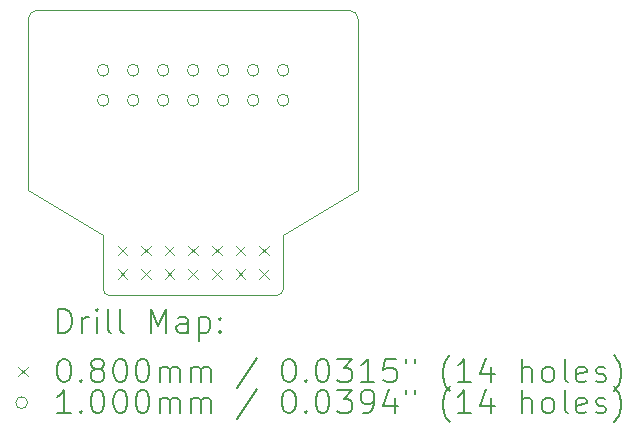
<source format=gbr>
%TF.GenerationSoftware,KiCad,Pcbnew,7.0.9-7.0.9~ubuntu20.04.1*%
%TF.CreationDate,2023-11-25T19:44:14+01:00*%
%TF.ProjectId,kicad-kria-jtag,6b696361-642d-46b7-9269-612d6a746167,1.0*%
%TF.SameCoordinates,Original*%
%TF.FileFunction,Drillmap*%
%TF.FilePolarity,Positive*%
%FSLAX45Y45*%
G04 Gerber Fmt 4.5, Leading zero omitted, Abs format (unit mm)*
G04 Created by KiCad (PCBNEW 7.0.9-7.0.9~ubuntu20.04.1) date 2023-11-25 19:44:14*
%MOMM*%
%LPD*%
G01*
G04 APERTURE LIST*
%ADD10C,0.100000*%
%ADD11C,0.200000*%
G04 APERTURE END LIST*
D10*
X12598400Y-8686800D02*
G75*
G03*
X12522200Y-8763000I0J-76200D01*
G01*
X15316200Y-8763000D02*
G75*
G03*
X15240000Y-8686800I-76200J0D01*
G01*
X14630400Y-11099800D02*
G75*
G03*
X14681200Y-11049000I0J50800D01*
G01*
X13157200Y-11049000D02*
G75*
G03*
X13208000Y-11099800I50800J0D01*
G01*
X13157200Y-10591800D02*
X13157200Y-11049000D01*
X12522200Y-10210800D02*
X13157200Y-10591800D01*
X12522200Y-8763000D02*
X12522200Y-10210800D01*
X15240000Y-8686800D02*
X12598400Y-8686800D01*
X15316200Y-10210800D02*
X15316200Y-8763000D01*
X14681200Y-10591800D02*
X15316200Y-10210800D01*
X14681200Y-11049000D02*
X14681200Y-10591800D01*
X13208000Y-11099800D02*
X14630400Y-11099800D01*
D11*
D10*
X13279200Y-10678800D02*
X13359200Y-10758800D01*
X13359200Y-10678800D02*
X13279200Y-10758800D01*
X13279200Y-10878800D02*
X13359200Y-10958800D01*
X13359200Y-10878800D02*
X13279200Y-10958800D01*
X13479200Y-10678800D02*
X13559200Y-10758800D01*
X13559200Y-10678800D02*
X13479200Y-10758800D01*
X13479200Y-10878800D02*
X13559200Y-10958800D01*
X13559200Y-10878800D02*
X13479200Y-10958800D01*
X13679200Y-10678800D02*
X13759200Y-10758800D01*
X13759200Y-10678800D02*
X13679200Y-10758800D01*
X13679200Y-10878800D02*
X13759200Y-10958800D01*
X13759200Y-10878800D02*
X13679200Y-10958800D01*
X13879200Y-10678800D02*
X13959200Y-10758800D01*
X13959200Y-10678800D02*
X13879200Y-10758800D01*
X13879200Y-10878800D02*
X13959200Y-10958800D01*
X13959200Y-10878800D02*
X13879200Y-10958800D01*
X14079200Y-10678800D02*
X14159200Y-10758800D01*
X14159200Y-10678800D02*
X14079200Y-10758800D01*
X14079200Y-10878800D02*
X14159200Y-10958800D01*
X14159200Y-10878800D02*
X14079200Y-10958800D01*
X14279200Y-10678800D02*
X14359200Y-10758800D01*
X14359200Y-10678800D02*
X14279200Y-10758800D01*
X14279200Y-10878800D02*
X14359200Y-10958800D01*
X14359200Y-10878800D02*
X14279200Y-10958800D01*
X14479200Y-10678800D02*
X14559200Y-10758800D01*
X14559200Y-10678800D02*
X14479200Y-10758800D01*
X14479200Y-10878800D02*
X14559200Y-10958800D01*
X14559200Y-10878800D02*
X14479200Y-10958800D01*
X13207200Y-9194800D02*
G75*
G03*
X13207200Y-9194800I-50000J0D01*
G01*
X13207200Y-9448800D02*
G75*
G03*
X13207200Y-9448800I-50000J0D01*
G01*
X13461200Y-9194800D02*
G75*
G03*
X13461200Y-9194800I-50000J0D01*
G01*
X13461200Y-9448800D02*
G75*
G03*
X13461200Y-9448800I-50000J0D01*
G01*
X13715200Y-9194800D02*
G75*
G03*
X13715200Y-9194800I-50000J0D01*
G01*
X13715200Y-9448800D02*
G75*
G03*
X13715200Y-9448800I-50000J0D01*
G01*
X13969200Y-9194800D02*
G75*
G03*
X13969200Y-9194800I-50000J0D01*
G01*
X13969200Y-9448800D02*
G75*
G03*
X13969200Y-9448800I-50000J0D01*
G01*
X14223200Y-9194800D02*
G75*
G03*
X14223200Y-9194800I-50000J0D01*
G01*
X14223200Y-9448800D02*
G75*
G03*
X14223200Y-9448800I-50000J0D01*
G01*
X14477200Y-9194800D02*
G75*
G03*
X14477200Y-9194800I-50000J0D01*
G01*
X14477200Y-9448800D02*
G75*
G03*
X14477200Y-9448800I-50000J0D01*
G01*
X14731200Y-9194800D02*
G75*
G03*
X14731200Y-9194800I-50000J0D01*
G01*
X14731200Y-9448800D02*
G75*
G03*
X14731200Y-9448800I-50000J0D01*
G01*
D11*
X12777977Y-11416284D02*
X12777977Y-11216284D01*
X12777977Y-11216284D02*
X12825596Y-11216284D01*
X12825596Y-11216284D02*
X12854167Y-11225808D01*
X12854167Y-11225808D02*
X12873215Y-11244855D01*
X12873215Y-11244855D02*
X12882739Y-11263903D01*
X12882739Y-11263903D02*
X12892262Y-11301998D01*
X12892262Y-11301998D02*
X12892262Y-11330569D01*
X12892262Y-11330569D02*
X12882739Y-11368665D01*
X12882739Y-11368665D02*
X12873215Y-11387712D01*
X12873215Y-11387712D02*
X12854167Y-11406760D01*
X12854167Y-11406760D02*
X12825596Y-11416284D01*
X12825596Y-11416284D02*
X12777977Y-11416284D01*
X12977977Y-11416284D02*
X12977977Y-11282950D01*
X12977977Y-11321046D02*
X12987501Y-11301998D01*
X12987501Y-11301998D02*
X12997024Y-11292474D01*
X12997024Y-11292474D02*
X13016072Y-11282950D01*
X13016072Y-11282950D02*
X13035120Y-11282950D01*
X13101786Y-11416284D02*
X13101786Y-11282950D01*
X13101786Y-11216284D02*
X13092262Y-11225808D01*
X13092262Y-11225808D02*
X13101786Y-11235331D01*
X13101786Y-11235331D02*
X13111310Y-11225808D01*
X13111310Y-11225808D02*
X13101786Y-11216284D01*
X13101786Y-11216284D02*
X13101786Y-11235331D01*
X13225596Y-11416284D02*
X13206548Y-11406760D01*
X13206548Y-11406760D02*
X13197024Y-11387712D01*
X13197024Y-11387712D02*
X13197024Y-11216284D01*
X13330358Y-11416284D02*
X13311310Y-11406760D01*
X13311310Y-11406760D02*
X13301786Y-11387712D01*
X13301786Y-11387712D02*
X13301786Y-11216284D01*
X13558929Y-11416284D02*
X13558929Y-11216284D01*
X13558929Y-11216284D02*
X13625596Y-11359141D01*
X13625596Y-11359141D02*
X13692262Y-11216284D01*
X13692262Y-11216284D02*
X13692262Y-11416284D01*
X13873215Y-11416284D02*
X13873215Y-11311522D01*
X13873215Y-11311522D02*
X13863691Y-11292474D01*
X13863691Y-11292474D02*
X13844643Y-11282950D01*
X13844643Y-11282950D02*
X13806548Y-11282950D01*
X13806548Y-11282950D02*
X13787501Y-11292474D01*
X13873215Y-11406760D02*
X13854167Y-11416284D01*
X13854167Y-11416284D02*
X13806548Y-11416284D01*
X13806548Y-11416284D02*
X13787501Y-11406760D01*
X13787501Y-11406760D02*
X13777977Y-11387712D01*
X13777977Y-11387712D02*
X13777977Y-11368665D01*
X13777977Y-11368665D02*
X13787501Y-11349617D01*
X13787501Y-11349617D02*
X13806548Y-11340093D01*
X13806548Y-11340093D02*
X13854167Y-11340093D01*
X13854167Y-11340093D02*
X13873215Y-11330569D01*
X13968453Y-11282950D02*
X13968453Y-11482950D01*
X13968453Y-11292474D02*
X13987501Y-11282950D01*
X13987501Y-11282950D02*
X14025596Y-11282950D01*
X14025596Y-11282950D02*
X14044643Y-11292474D01*
X14044643Y-11292474D02*
X14054167Y-11301998D01*
X14054167Y-11301998D02*
X14063691Y-11321046D01*
X14063691Y-11321046D02*
X14063691Y-11378188D01*
X14063691Y-11378188D02*
X14054167Y-11397236D01*
X14054167Y-11397236D02*
X14044643Y-11406760D01*
X14044643Y-11406760D02*
X14025596Y-11416284D01*
X14025596Y-11416284D02*
X13987501Y-11416284D01*
X13987501Y-11416284D02*
X13968453Y-11406760D01*
X14149405Y-11397236D02*
X14158929Y-11406760D01*
X14158929Y-11406760D02*
X14149405Y-11416284D01*
X14149405Y-11416284D02*
X14139882Y-11406760D01*
X14139882Y-11406760D02*
X14149405Y-11397236D01*
X14149405Y-11397236D02*
X14149405Y-11416284D01*
X14149405Y-11292474D02*
X14158929Y-11301998D01*
X14158929Y-11301998D02*
X14149405Y-11311522D01*
X14149405Y-11311522D02*
X14139882Y-11301998D01*
X14139882Y-11301998D02*
X14149405Y-11292474D01*
X14149405Y-11292474D02*
X14149405Y-11311522D01*
D10*
X12437200Y-11704800D02*
X12517200Y-11784800D01*
X12517200Y-11704800D02*
X12437200Y-11784800D01*
D11*
X12816072Y-11636284D02*
X12835120Y-11636284D01*
X12835120Y-11636284D02*
X12854167Y-11645808D01*
X12854167Y-11645808D02*
X12863691Y-11655331D01*
X12863691Y-11655331D02*
X12873215Y-11674379D01*
X12873215Y-11674379D02*
X12882739Y-11712474D01*
X12882739Y-11712474D02*
X12882739Y-11760093D01*
X12882739Y-11760093D02*
X12873215Y-11798188D01*
X12873215Y-11798188D02*
X12863691Y-11817236D01*
X12863691Y-11817236D02*
X12854167Y-11826760D01*
X12854167Y-11826760D02*
X12835120Y-11836284D01*
X12835120Y-11836284D02*
X12816072Y-11836284D01*
X12816072Y-11836284D02*
X12797024Y-11826760D01*
X12797024Y-11826760D02*
X12787501Y-11817236D01*
X12787501Y-11817236D02*
X12777977Y-11798188D01*
X12777977Y-11798188D02*
X12768453Y-11760093D01*
X12768453Y-11760093D02*
X12768453Y-11712474D01*
X12768453Y-11712474D02*
X12777977Y-11674379D01*
X12777977Y-11674379D02*
X12787501Y-11655331D01*
X12787501Y-11655331D02*
X12797024Y-11645808D01*
X12797024Y-11645808D02*
X12816072Y-11636284D01*
X12968453Y-11817236D02*
X12977977Y-11826760D01*
X12977977Y-11826760D02*
X12968453Y-11836284D01*
X12968453Y-11836284D02*
X12958929Y-11826760D01*
X12958929Y-11826760D02*
X12968453Y-11817236D01*
X12968453Y-11817236D02*
X12968453Y-11836284D01*
X13092262Y-11721998D02*
X13073215Y-11712474D01*
X13073215Y-11712474D02*
X13063691Y-11702950D01*
X13063691Y-11702950D02*
X13054167Y-11683903D01*
X13054167Y-11683903D02*
X13054167Y-11674379D01*
X13054167Y-11674379D02*
X13063691Y-11655331D01*
X13063691Y-11655331D02*
X13073215Y-11645808D01*
X13073215Y-11645808D02*
X13092262Y-11636284D01*
X13092262Y-11636284D02*
X13130358Y-11636284D01*
X13130358Y-11636284D02*
X13149405Y-11645808D01*
X13149405Y-11645808D02*
X13158929Y-11655331D01*
X13158929Y-11655331D02*
X13168453Y-11674379D01*
X13168453Y-11674379D02*
X13168453Y-11683903D01*
X13168453Y-11683903D02*
X13158929Y-11702950D01*
X13158929Y-11702950D02*
X13149405Y-11712474D01*
X13149405Y-11712474D02*
X13130358Y-11721998D01*
X13130358Y-11721998D02*
X13092262Y-11721998D01*
X13092262Y-11721998D02*
X13073215Y-11731522D01*
X13073215Y-11731522D02*
X13063691Y-11741046D01*
X13063691Y-11741046D02*
X13054167Y-11760093D01*
X13054167Y-11760093D02*
X13054167Y-11798188D01*
X13054167Y-11798188D02*
X13063691Y-11817236D01*
X13063691Y-11817236D02*
X13073215Y-11826760D01*
X13073215Y-11826760D02*
X13092262Y-11836284D01*
X13092262Y-11836284D02*
X13130358Y-11836284D01*
X13130358Y-11836284D02*
X13149405Y-11826760D01*
X13149405Y-11826760D02*
X13158929Y-11817236D01*
X13158929Y-11817236D02*
X13168453Y-11798188D01*
X13168453Y-11798188D02*
X13168453Y-11760093D01*
X13168453Y-11760093D02*
X13158929Y-11741046D01*
X13158929Y-11741046D02*
X13149405Y-11731522D01*
X13149405Y-11731522D02*
X13130358Y-11721998D01*
X13292262Y-11636284D02*
X13311310Y-11636284D01*
X13311310Y-11636284D02*
X13330358Y-11645808D01*
X13330358Y-11645808D02*
X13339882Y-11655331D01*
X13339882Y-11655331D02*
X13349405Y-11674379D01*
X13349405Y-11674379D02*
X13358929Y-11712474D01*
X13358929Y-11712474D02*
X13358929Y-11760093D01*
X13358929Y-11760093D02*
X13349405Y-11798188D01*
X13349405Y-11798188D02*
X13339882Y-11817236D01*
X13339882Y-11817236D02*
X13330358Y-11826760D01*
X13330358Y-11826760D02*
X13311310Y-11836284D01*
X13311310Y-11836284D02*
X13292262Y-11836284D01*
X13292262Y-11836284D02*
X13273215Y-11826760D01*
X13273215Y-11826760D02*
X13263691Y-11817236D01*
X13263691Y-11817236D02*
X13254167Y-11798188D01*
X13254167Y-11798188D02*
X13244643Y-11760093D01*
X13244643Y-11760093D02*
X13244643Y-11712474D01*
X13244643Y-11712474D02*
X13254167Y-11674379D01*
X13254167Y-11674379D02*
X13263691Y-11655331D01*
X13263691Y-11655331D02*
X13273215Y-11645808D01*
X13273215Y-11645808D02*
X13292262Y-11636284D01*
X13482739Y-11636284D02*
X13501786Y-11636284D01*
X13501786Y-11636284D02*
X13520834Y-11645808D01*
X13520834Y-11645808D02*
X13530358Y-11655331D01*
X13530358Y-11655331D02*
X13539882Y-11674379D01*
X13539882Y-11674379D02*
X13549405Y-11712474D01*
X13549405Y-11712474D02*
X13549405Y-11760093D01*
X13549405Y-11760093D02*
X13539882Y-11798188D01*
X13539882Y-11798188D02*
X13530358Y-11817236D01*
X13530358Y-11817236D02*
X13520834Y-11826760D01*
X13520834Y-11826760D02*
X13501786Y-11836284D01*
X13501786Y-11836284D02*
X13482739Y-11836284D01*
X13482739Y-11836284D02*
X13463691Y-11826760D01*
X13463691Y-11826760D02*
X13454167Y-11817236D01*
X13454167Y-11817236D02*
X13444643Y-11798188D01*
X13444643Y-11798188D02*
X13435120Y-11760093D01*
X13435120Y-11760093D02*
X13435120Y-11712474D01*
X13435120Y-11712474D02*
X13444643Y-11674379D01*
X13444643Y-11674379D02*
X13454167Y-11655331D01*
X13454167Y-11655331D02*
X13463691Y-11645808D01*
X13463691Y-11645808D02*
X13482739Y-11636284D01*
X13635120Y-11836284D02*
X13635120Y-11702950D01*
X13635120Y-11721998D02*
X13644643Y-11712474D01*
X13644643Y-11712474D02*
X13663691Y-11702950D01*
X13663691Y-11702950D02*
X13692263Y-11702950D01*
X13692263Y-11702950D02*
X13711310Y-11712474D01*
X13711310Y-11712474D02*
X13720834Y-11731522D01*
X13720834Y-11731522D02*
X13720834Y-11836284D01*
X13720834Y-11731522D02*
X13730358Y-11712474D01*
X13730358Y-11712474D02*
X13749405Y-11702950D01*
X13749405Y-11702950D02*
X13777977Y-11702950D01*
X13777977Y-11702950D02*
X13797024Y-11712474D01*
X13797024Y-11712474D02*
X13806548Y-11731522D01*
X13806548Y-11731522D02*
X13806548Y-11836284D01*
X13901786Y-11836284D02*
X13901786Y-11702950D01*
X13901786Y-11721998D02*
X13911310Y-11712474D01*
X13911310Y-11712474D02*
X13930358Y-11702950D01*
X13930358Y-11702950D02*
X13958929Y-11702950D01*
X13958929Y-11702950D02*
X13977977Y-11712474D01*
X13977977Y-11712474D02*
X13987501Y-11731522D01*
X13987501Y-11731522D02*
X13987501Y-11836284D01*
X13987501Y-11731522D02*
X13997024Y-11712474D01*
X13997024Y-11712474D02*
X14016072Y-11702950D01*
X14016072Y-11702950D02*
X14044643Y-11702950D01*
X14044643Y-11702950D02*
X14063691Y-11712474D01*
X14063691Y-11712474D02*
X14073215Y-11731522D01*
X14073215Y-11731522D02*
X14073215Y-11836284D01*
X14463691Y-11626760D02*
X14292263Y-11883903D01*
X14720834Y-11636284D02*
X14739882Y-11636284D01*
X14739882Y-11636284D02*
X14758929Y-11645808D01*
X14758929Y-11645808D02*
X14768453Y-11655331D01*
X14768453Y-11655331D02*
X14777977Y-11674379D01*
X14777977Y-11674379D02*
X14787501Y-11712474D01*
X14787501Y-11712474D02*
X14787501Y-11760093D01*
X14787501Y-11760093D02*
X14777977Y-11798188D01*
X14777977Y-11798188D02*
X14768453Y-11817236D01*
X14768453Y-11817236D02*
X14758929Y-11826760D01*
X14758929Y-11826760D02*
X14739882Y-11836284D01*
X14739882Y-11836284D02*
X14720834Y-11836284D01*
X14720834Y-11836284D02*
X14701786Y-11826760D01*
X14701786Y-11826760D02*
X14692263Y-11817236D01*
X14692263Y-11817236D02*
X14682739Y-11798188D01*
X14682739Y-11798188D02*
X14673215Y-11760093D01*
X14673215Y-11760093D02*
X14673215Y-11712474D01*
X14673215Y-11712474D02*
X14682739Y-11674379D01*
X14682739Y-11674379D02*
X14692263Y-11655331D01*
X14692263Y-11655331D02*
X14701786Y-11645808D01*
X14701786Y-11645808D02*
X14720834Y-11636284D01*
X14873215Y-11817236D02*
X14882739Y-11826760D01*
X14882739Y-11826760D02*
X14873215Y-11836284D01*
X14873215Y-11836284D02*
X14863691Y-11826760D01*
X14863691Y-11826760D02*
X14873215Y-11817236D01*
X14873215Y-11817236D02*
X14873215Y-11836284D01*
X15006548Y-11636284D02*
X15025596Y-11636284D01*
X15025596Y-11636284D02*
X15044644Y-11645808D01*
X15044644Y-11645808D02*
X15054167Y-11655331D01*
X15054167Y-11655331D02*
X15063691Y-11674379D01*
X15063691Y-11674379D02*
X15073215Y-11712474D01*
X15073215Y-11712474D02*
X15073215Y-11760093D01*
X15073215Y-11760093D02*
X15063691Y-11798188D01*
X15063691Y-11798188D02*
X15054167Y-11817236D01*
X15054167Y-11817236D02*
X15044644Y-11826760D01*
X15044644Y-11826760D02*
X15025596Y-11836284D01*
X15025596Y-11836284D02*
X15006548Y-11836284D01*
X15006548Y-11836284D02*
X14987501Y-11826760D01*
X14987501Y-11826760D02*
X14977977Y-11817236D01*
X14977977Y-11817236D02*
X14968453Y-11798188D01*
X14968453Y-11798188D02*
X14958929Y-11760093D01*
X14958929Y-11760093D02*
X14958929Y-11712474D01*
X14958929Y-11712474D02*
X14968453Y-11674379D01*
X14968453Y-11674379D02*
X14977977Y-11655331D01*
X14977977Y-11655331D02*
X14987501Y-11645808D01*
X14987501Y-11645808D02*
X15006548Y-11636284D01*
X15139882Y-11636284D02*
X15263691Y-11636284D01*
X15263691Y-11636284D02*
X15197025Y-11712474D01*
X15197025Y-11712474D02*
X15225596Y-11712474D01*
X15225596Y-11712474D02*
X15244644Y-11721998D01*
X15244644Y-11721998D02*
X15254167Y-11731522D01*
X15254167Y-11731522D02*
X15263691Y-11750569D01*
X15263691Y-11750569D02*
X15263691Y-11798188D01*
X15263691Y-11798188D02*
X15254167Y-11817236D01*
X15254167Y-11817236D02*
X15244644Y-11826760D01*
X15244644Y-11826760D02*
X15225596Y-11836284D01*
X15225596Y-11836284D02*
X15168453Y-11836284D01*
X15168453Y-11836284D02*
X15149406Y-11826760D01*
X15149406Y-11826760D02*
X15139882Y-11817236D01*
X15454167Y-11836284D02*
X15339882Y-11836284D01*
X15397025Y-11836284D02*
X15397025Y-11636284D01*
X15397025Y-11636284D02*
X15377977Y-11664855D01*
X15377977Y-11664855D02*
X15358929Y-11683903D01*
X15358929Y-11683903D02*
X15339882Y-11693427D01*
X15635120Y-11636284D02*
X15539882Y-11636284D01*
X15539882Y-11636284D02*
X15530358Y-11731522D01*
X15530358Y-11731522D02*
X15539882Y-11721998D01*
X15539882Y-11721998D02*
X15558929Y-11712474D01*
X15558929Y-11712474D02*
X15606548Y-11712474D01*
X15606548Y-11712474D02*
X15625596Y-11721998D01*
X15625596Y-11721998D02*
X15635120Y-11731522D01*
X15635120Y-11731522D02*
X15644644Y-11750569D01*
X15644644Y-11750569D02*
X15644644Y-11798188D01*
X15644644Y-11798188D02*
X15635120Y-11817236D01*
X15635120Y-11817236D02*
X15625596Y-11826760D01*
X15625596Y-11826760D02*
X15606548Y-11836284D01*
X15606548Y-11836284D02*
X15558929Y-11836284D01*
X15558929Y-11836284D02*
X15539882Y-11826760D01*
X15539882Y-11826760D02*
X15530358Y-11817236D01*
X15720834Y-11636284D02*
X15720834Y-11674379D01*
X15797025Y-11636284D02*
X15797025Y-11674379D01*
X16092263Y-11912474D02*
X16082739Y-11902950D01*
X16082739Y-11902950D02*
X16063691Y-11874379D01*
X16063691Y-11874379D02*
X16054168Y-11855331D01*
X16054168Y-11855331D02*
X16044644Y-11826760D01*
X16044644Y-11826760D02*
X16035120Y-11779141D01*
X16035120Y-11779141D02*
X16035120Y-11741046D01*
X16035120Y-11741046D02*
X16044644Y-11693427D01*
X16044644Y-11693427D02*
X16054168Y-11664855D01*
X16054168Y-11664855D02*
X16063691Y-11645808D01*
X16063691Y-11645808D02*
X16082739Y-11617236D01*
X16082739Y-11617236D02*
X16092263Y-11607712D01*
X16273215Y-11836284D02*
X16158929Y-11836284D01*
X16216072Y-11836284D02*
X16216072Y-11636284D01*
X16216072Y-11636284D02*
X16197025Y-11664855D01*
X16197025Y-11664855D02*
X16177977Y-11683903D01*
X16177977Y-11683903D02*
X16158929Y-11693427D01*
X16444644Y-11702950D02*
X16444644Y-11836284D01*
X16397025Y-11626760D02*
X16349406Y-11769617D01*
X16349406Y-11769617D02*
X16473215Y-11769617D01*
X16701787Y-11836284D02*
X16701787Y-11636284D01*
X16787501Y-11836284D02*
X16787501Y-11731522D01*
X16787501Y-11731522D02*
X16777977Y-11712474D01*
X16777977Y-11712474D02*
X16758930Y-11702950D01*
X16758930Y-11702950D02*
X16730358Y-11702950D01*
X16730358Y-11702950D02*
X16711310Y-11712474D01*
X16711310Y-11712474D02*
X16701787Y-11721998D01*
X16911311Y-11836284D02*
X16892263Y-11826760D01*
X16892263Y-11826760D02*
X16882739Y-11817236D01*
X16882739Y-11817236D02*
X16873215Y-11798188D01*
X16873215Y-11798188D02*
X16873215Y-11741046D01*
X16873215Y-11741046D02*
X16882739Y-11721998D01*
X16882739Y-11721998D02*
X16892263Y-11712474D01*
X16892263Y-11712474D02*
X16911311Y-11702950D01*
X16911311Y-11702950D02*
X16939882Y-11702950D01*
X16939882Y-11702950D02*
X16958930Y-11712474D01*
X16958930Y-11712474D02*
X16968453Y-11721998D01*
X16968453Y-11721998D02*
X16977977Y-11741046D01*
X16977977Y-11741046D02*
X16977977Y-11798188D01*
X16977977Y-11798188D02*
X16968453Y-11817236D01*
X16968453Y-11817236D02*
X16958930Y-11826760D01*
X16958930Y-11826760D02*
X16939882Y-11836284D01*
X16939882Y-11836284D02*
X16911311Y-11836284D01*
X17092263Y-11836284D02*
X17073215Y-11826760D01*
X17073215Y-11826760D02*
X17063692Y-11807712D01*
X17063692Y-11807712D02*
X17063692Y-11636284D01*
X17244644Y-11826760D02*
X17225596Y-11836284D01*
X17225596Y-11836284D02*
X17187501Y-11836284D01*
X17187501Y-11836284D02*
X17168453Y-11826760D01*
X17168453Y-11826760D02*
X17158930Y-11807712D01*
X17158930Y-11807712D02*
X17158930Y-11731522D01*
X17158930Y-11731522D02*
X17168453Y-11712474D01*
X17168453Y-11712474D02*
X17187501Y-11702950D01*
X17187501Y-11702950D02*
X17225596Y-11702950D01*
X17225596Y-11702950D02*
X17244644Y-11712474D01*
X17244644Y-11712474D02*
X17254168Y-11731522D01*
X17254168Y-11731522D02*
X17254168Y-11750569D01*
X17254168Y-11750569D02*
X17158930Y-11769617D01*
X17330358Y-11826760D02*
X17349406Y-11836284D01*
X17349406Y-11836284D02*
X17387501Y-11836284D01*
X17387501Y-11836284D02*
X17406549Y-11826760D01*
X17406549Y-11826760D02*
X17416073Y-11807712D01*
X17416073Y-11807712D02*
X17416073Y-11798188D01*
X17416073Y-11798188D02*
X17406549Y-11779141D01*
X17406549Y-11779141D02*
X17387501Y-11769617D01*
X17387501Y-11769617D02*
X17358930Y-11769617D01*
X17358930Y-11769617D02*
X17339882Y-11760093D01*
X17339882Y-11760093D02*
X17330358Y-11741046D01*
X17330358Y-11741046D02*
X17330358Y-11731522D01*
X17330358Y-11731522D02*
X17339882Y-11712474D01*
X17339882Y-11712474D02*
X17358930Y-11702950D01*
X17358930Y-11702950D02*
X17387501Y-11702950D01*
X17387501Y-11702950D02*
X17406549Y-11712474D01*
X17482739Y-11912474D02*
X17492263Y-11902950D01*
X17492263Y-11902950D02*
X17511311Y-11874379D01*
X17511311Y-11874379D02*
X17520834Y-11855331D01*
X17520834Y-11855331D02*
X17530358Y-11826760D01*
X17530358Y-11826760D02*
X17539882Y-11779141D01*
X17539882Y-11779141D02*
X17539882Y-11741046D01*
X17539882Y-11741046D02*
X17530358Y-11693427D01*
X17530358Y-11693427D02*
X17520834Y-11664855D01*
X17520834Y-11664855D02*
X17511311Y-11645808D01*
X17511311Y-11645808D02*
X17492263Y-11617236D01*
X17492263Y-11617236D02*
X17482739Y-11607712D01*
D10*
X12517200Y-12008800D02*
G75*
G03*
X12517200Y-12008800I-50000J0D01*
G01*
D11*
X12882739Y-12100284D02*
X12768453Y-12100284D01*
X12825596Y-12100284D02*
X12825596Y-11900284D01*
X12825596Y-11900284D02*
X12806548Y-11928855D01*
X12806548Y-11928855D02*
X12787501Y-11947903D01*
X12787501Y-11947903D02*
X12768453Y-11957427D01*
X12968453Y-12081236D02*
X12977977Y-12090760D01*
X12977977Y-12090760D02*
X12968453Y-12100284D01*
X12968453Y-12100284D02*
X12958929Y-12090760D01*
X12958929Y-12090760D02*
X12968453Y-12081236D01*
X12968453Y-12081236D02*
X12968453Y-12100284D01*
X13101786Y-11900284D02*
X13120834Y-11900284D01*
X13120834Y-11900284D02*
X13139882Y-11909808D01*
X13139882Y-11909808D02*
X13149405Y-11919331D01*
X13149405Y-11919331D02*
X13158929Y-11938379D01*
X13158929Y-11938379D02*
X13168453Y-11976474D01*
X13168453Y-11976474D02*
X13168453Y-12024093D01*
X13168453Y-12024093D02*
X13158929Y-12062188D01*
X13158929Y-12062188D02*
X13149405Y-12081236D01*
X13149405Y-12081236D02*
X13139882Y-12090760D01*
X13139882Y-12090760D02*
X13120834Y-12100284D01*
X13120834Y-12100284D02*
X13101786Y-12100284D01*
X13101786Y-12100284D02*
X13082739Y-12090760D01*
X13082739Y-12090760D02*
X13073215Y-12081236D01*
X13073215Y-12081236D02*
X13063691Y-12062188D01*
X13063691Y-12062188D02*
X13054167Y-12024093D01*
X13054167Y-12024093D02*
X13054167Y-11976474D01*
X13054167Y-11976474D02*
X13063691Y-11938379D01*
X13063691Y-11938379D02*
X13073215Y-11919331D01*
X13073215Y-11919331D02*
X13082739Y-11909808D01*
X13082739Y-11909808D02*
X13101786Y-11900284D01*
X13292262Y-11900284D02*
X13311310Y-11900284D01*
X13311310Y-11900284D02*
X13330358Y-11909808D01*
X13330358Y-11909808D02*
X13339882Y-11919331D01*
X13339882Y-11919331D02*
X13349405Y-11938379D01*
X13349405Y-11938379D02*
X13358929Y-11976474D01*
X13358929Y-11976474D02*
X13358929Y-12024093D01*
X13358929Y-12024093D02*
X13349405Y-12062188D01*
X13349405Y-12062188D02*
X13339882Y-12081236D01*
X13339882Y-12081236D02*
X13330358Y-12090760D01*
X13330358Y-12090760D02*
X13311310Y-12100284D01*
X13311310Y-12100284D02*
X13292262Y-12100284D01*
X13292262Y-12100284D02*
X13273215Y-12090760D01*
X13273215Y-12090760D02*
X13263691Y-12081236D01*
X13263691Y-12081236D02*
X13254167Y-12062188D01*
X13254167Y-12062188D02*
X13244643Y-12024093D01*
X13244643Y-12024093D02*
X13244643Y-11976474D01*
X13244643Y-11976474D02*
X13254167Y-11938379D01*
X13254167Y-11938379D02*
X13263691Y-11919331D01*
X13263691Y-11919331D02*
X13273215Y-11909808D01*
X13273215Y-11909808D02*
X13292262Y-11900284D01*
X13482739Y-11900284D02*
X13501786Y-11900284D01*
X13501786Y-11900284D02*
X13520834Y-11909808D01*
X13520834Y-11909808D02*
X13530358Y-11919331D01*
X13530358Y-11919331D02*
X13539882Y-11938379D01*
X13539882Y-11938379D02*
X13549405Y-11976474D01*
X13549405Y-11976474D02*
X13549405Y-12024093D01*
X13549405Y-12024093D02*
X13539882Y-12062188D01*
X13539882Y-12062188D02*
X13530358Y-12081236D01*
X13530358Y-12081236D02*
X13520834Y-12090760D01*
X13520834Y-12090760D02*
X13501786Y-12100284D01*
X13501786Y-12100284D02*
X13482739Y-12100284D01*
X13482739Y-12100284D02*
X13463691Y-12090760D01*
X13463691Y-12090760D02*
X13454167Y-12081236D01*
X13454167Y-12081236D02*
X13444643Y-12062188D01*
X13444643Y-12062188D02*
X13435120Y-12024093D01*
X13435120Y-12024093D02*
X13435120Y-11976474D01*
X13435120Y-11976474D02*
X13444643Y-11938379D01*
X13444643Y-11938379D02*
X13454167Y-11919331D01*
X13454167Y-11919331D02*
X13463691Y-11909808D01*
X13463691Y-11909808D02*
X13482739Y-11900284D01*
X13635120Y-12100284D02*
X13635120Y-11966950D01*
X13635120Y-11985998D02*
X13644643Y-11976474D01*
X13644643Y-11976474D02*
X13663691Y-11966950D01*
X13663691Y-11966950D02*
X13692263Y-11966950D01*
X13692263Y-11966950D02*
X13711310Y-11976474D01*
X13711310Y-11976474D02*
X13720834Y-11995522D01*
X13720834Y-11995522D02*
X13720834Y-12100284D01*
X13720834Y-11995522D02*
X13730358Y-11976474D01*
X13730358Y-11976474D02*
X13749405Y-11966950D01*
X13749405Y-11966950D02*
X13777977Y-11966950D01*
X13777977Y-11966950D02*
X13797024Y-11976474D01*
X13797024Y-11976474D02*
X13806548Y-11995522D01*
X13806548Y-11995522D02*
X13806548Y-12100284D01*
X13901786Y-12100284D02*
X13901786Y-11966950D01*
X13901786Y-11985998D02*
X13911310Y-11976474D01*
X13911310Y-11976474D02*
X13930358Y-11966950D01*
X13930358Y-11966950D02*
X13958929Y-11966950D01*
X13958929Y-11966950D02*
X13977977Y-11976474D01*
X13977977Y-11976474D02*
X13987501Y-11995522D01*
X13987501Y-11995522D02*
X13987501Y-12100284D01*
X13987501Y-11995522D02*
X13997024Y-11976474D01*
X13997024Y-11976474D02*
X14016072Y-11966950D01*
X14016072Y-11966950D02*
X14044643Y-11966950D01*
X14044643Y-11966950D02*
X14063691Y-11976474D01*
X14063691Y-11976474D02*
X14073215Y-11995522D01*
X14073215Y-11995522D02*
X14073215Y-12100284D01*
X14463691Y-11890760D02*
X14292263Y-12147903D01*
X14720834Y-11900284D02*
X14739882Y-11900284D01*
X14739882Y-11900284D02*
X14758929Y-11909808D01*
X14758929Y-11909808D02*
X14768453Y-11919331D01*
X14768453Y-11919331D02*
X14777977Y-11938379D01*
X14777977Y-11938379D02*
X14787501Y-11976474D01*
X14787501Y-11976474D02*
X14787501Y-12024093D01*
X14787501Y-12024093D02*
X14777977Y-12062188D01*
X14777977Y-12062188D02*
X14768453Y-12081236D01*
X14768453Y-12081236D02*
X14758929Y-12090760D01*
X14758929Y-12090760D02*
X14739882Y-12100284D01*
X14739882Y-12100284D02*
X14720834Y-12100284D01*
X14720834Y-12100284D02*
X14701786Y-12090760D01*
X14701786Y-12090760D02*
X14692263Y-12081236D01*
X14692263Y-12081236D02*
X14682739Y-12062188D01*
X14682739Y-12062188D02*
X14673215Y-12024093D01*
X14673215Y-12024093D02*
X14673215Y-11976474D01*
X14673215Y-11976474D02*
X14682739Y-11938379D01*
X14682739Y-11938379D02*
X14692263Y-11919331D01*
X14692263Y-11919331D02*
X14701786Y-11909808D01*
X14701786Y-11909808D02*
X14720834Y-11900284D01*
X14873215Y-12081236D02*
X14882739Y-12090760D01*
X14882739Y-12090760D02*
X14873215Y-12100284D01*
X14873215Y-12100284D02*
X14863691Y-12090760D01*
X14863691Y-12090760D02*
X14873215Y-12081236D01*
X14873215Y-12081236D02*
X14873215Y-12100284D01*
X15006548Y-11900284D02*
X15025596Y-11900284D01*
X15025596Y-11900284D02*
X15044644Y-11909808D01*
X15044644Y-11909808D02*
X15054167Y-11919331D01*
X15054167Y-11919331D02*
X15063691Y-11938379D01*
X15063691Y-11938379D02*
X15073215Y-11976474D01*
X15073215Y-11976474D02*
X15073215Y-12024093D01*
X15073215Y-12024093D02*
X15063691Y-12062188D01*
X15063691Y-12062188D02*
X15054167Y-12081236D01*
X15054167Y-12081236D02*
X15044644Y-12090760D01*
X15044644Y-12090760D02*
X15025596Y-12100284D01*
X15025596Y-12100284D02*
X15006548Y-12100284D01*
X15006548Y-12100284D02*
X14987501Y-12090760D01*
X14987501Y-12090760D02*
X14977977Y-12081236D01*
X14977977Y-12081236D02*
X14968453Y-12062188D01*
X14968453Y-12062188D02*
X14958929Y-12024093D01*
X14958929Y-12024093D02*
X14958929Y-11976474D01*
X14958929Y-11976474D02*
X14968453Y-11938379D01*
X14968453Y-11938379D02*
X14977977Y-11919331D01*
X14977977Y-11919331D02*
X14987501Y-11909808D01*
X14987501Y-11909808D02*
X15006548Y-11900284D01*
X15139882Y-11900284D02*
X15263691Y-11900284D01*
X15263691Y-11900284D02*
X15197025Y-11976474D01*
X15197025Y-11976474D02*
X15225596Y-11976474D01*
X15225596Y-11976474D02*
X15244644Y-11985998D01*
X15244644Y-11985998D02*
X15254167Y-11995522D01*
X15254167Y-11995522D02*
X15263691Y-12014569D01*
X15263691Y-12014569D02*
X15263691Y-12062188D01*
X15263691Y-12062188D02*
X15254167Y-12081236D01*
X15254167Y-12081236D02*
X15244644Y-12090760D01*
X15244644Y-12090760D02*
X15225596Y-12100284D01*
X15225596Y-12100284D02*
X15168453Y-12100284D01*
X15168453Y-12100284D02*
X15149406Y-12090760D01*
X15149406Y-12090760D02*
X15139882Y-12081236D01*
X15358929Y-12100284D02*
X15397025Y-12100284D01*
X15397025Y-12100284D02*
X15416072Y-12090760D01*
X15416072Y-12090760D02*
X15425596Y-12081236D01*
X15425596Y-12081236D02*
X15444644Y-12052665D01*
X15444644Y-12052665D02*
X15454167Y-12014569D01*
X15454167Y-12014569D02*
X15454167Y-11938379D01*
X15454167Y-11938379D02*
X15444644Y-11919331D01*
X15444644Y-11919331D02*
X15435120Y-11909808D01*
X15435120Y-11909808D02*
X15416072Y-11900284D01*
X15416072Y-11900284D02*
X15377977Y-11900284D01*
X15377977Y-11900284D02*
X15358929Y-11909808D01*
X15358929Y-11909808D02*
X15349406Y-11919331D01*
X15349406Y-11919331D02*
X15339882Y-11938379D01*
X15339882Y-11938379D02*
X15339882Y-11985998D01*
X15339882Y-11985998D02*
X15349406Y-12005046D01*
X15349406Y-12005046D02*
X15358929Y-12014569D01*
X15358929Y-12014569D02*
X15377977Y-12024093D01*
X15377977Y-12024093D02*
X15416072Y-12024093D01*
X15416072Y-12024093D02*
X15435120Y-12014569D01*
X15435120Y-12014569D02*
X15444644Y-12005046D01*
X15444644Y-12005046D02*
X15454167Y-11985998D01*
X15625596Y-11966950D02*
X15625596Y-12100284D01*
X15577977Y-11890760D02*
X15530358Y-12033617D01*
X15530358Y-12033617D02*
X15654167Y-12033617D01*
X15720834Y-11900284D02*
X15720834Y-11938379D01*
X15797025Y-11900284D02*
X15797025Y-11938379D01*
X16092263Y-12176474D02*
X16082739Y-12166950D01*
X16082739Y-12166950D02*
X16063691Y-12138379D01*
X16063691Y-12138379D02*
X16054168Y-12119331D01*
X16054168Y-12119331D02*
X16044644Y-12090760D01*
X16044644Y-12090760D02*
X16035120Y-12043141D01*
X16035120Y-12043141D02*
X16035120Y-12005046D01*
X16035120Y-12005046D02*
X16044644Y-11957427D01*
X16044644Y-11957427D02*
X16054168Y-11928855D01*
X16054168Y-11928855D02*
X16063691Y-11909808D01*
X16063691Y-11909808D02*
X16082739Y-11881236D01*
X16082739Y-11881236D02*
X16092263Y-11871712D01*
X16273215Y-12100284D02*
X16158929Y-12100284D01*
X16216072Y-12100284D02*
X16216072Y-11900284D01*
X16216072Y-11900284D02*
X16197025Y-11928855D01*
X16197025Y-11928855D02*
X16177977Y-11947903D01*
X16177977Y-11947903D02*
X16158929Y-11957427D01*
X16444644Y-11966950D02*
X16444644Y-12100284D01*
X16397025Y-11890760D02*
X16349406Y-12033617D01*
X16349406Y-12033617D02*
X16473215Y-12033617D01*
X16701787Y-12100284D02*
X16701787Y-11900284D01*
X16787501Y-12100284D02*
X16787501Y-11995522D01*
X16787501Y-11995522D02*
X16777977Y-11976474D01*
X16777977Y-11976474D02*
X16758930Y-11966950D01*
X16758930Y-11966950D02*
X16730358Y-11966950D01*
X16730358Y-11966950D02*
X16711310Y-11976474D01*
X16711310Y-11976474D02*
X16701787Y-11985998D01*
X16911311Y-12100284D02*
X16892263Y-12090760D01*
X16892263Y-12090760D02*
X16882739Y-12081236D01*
X16882739Y-12081236D02*
X16873215Y-12062188D01*
X16873215Y-12062188D02*
X16873215Y-12005046D01*
X16873215Y-12005046D02*
X16882739Y-11985998D01*
X16882739Y-11985998D02*
X16892263Y-11976474D01*
X16892263Y-11976474D02*
X16911311Y-11966950D01*
X16911311Y-11966950D02*
X16939882Y-11966950D01*
X16939882Y-11966950D02*
X16958930Y-11976474D01*
X16958930Y-11976474D02*
X16968453Y-11985998D01*
X16968453Y-11985998D02*
X16977977Y-12005046D01*
X16977977Y-12005046D02*
X16977977Y-12062188D01*
X16977977Y-12062188D02*
X16968453Y-12081236D01*
X16968453Y-12081236D02*
X16958930Y-12090760D01*
X16958930Y-12090760D02*
X16939882Y-12100284D01*
X16939882Y-12100284D02*
X16911311Y-12100284D01*
X17092263Y-12100284D02*
X17073215Y-12090760D01*
X17073215Y-12090760D02*
X17063692Y-12071712D01*
X17063692Y-12071712D02*
X17063692Y-11900284D01*
X17244644Y-12090760D02*
X17225596Y-12100284D01*
X17225596Y-12100284D02*
X17187501Y-12100284D01*
X17187501Y-12100284D02*
X17168453Y-12090760D01*
X17168453Y-12090760D02*
X17158930Y-12071712D01*
X17158930Y-12071712D02*
X17158930Y-11995522D01*
X17158930Y-11995522D02*
X17168453Y-11976474D01*
X17168453Y-11976474D02*
X17187501Y-11966950D01*
X17187501Y-11966950D02*
X17225596Y-11966950D01*
X17225596Y-11966950D02*
X17244644Y-11976474D01*
X17244644Y-11976474D02*
X17254168Y-11995522D01*
X17254168Y-11995522D02*
X17254168Y-12014569D01*
X17254168Y-12014569D02*
X17158930Y-12033617D01*
X17330358Y-12090760D02*
X17349406Y-12100284D01*
X17349406Y-12100284D02*
X17387501Y-12100284D01*
X17387501Y-12100284D02*
X17406549Y-12090760D01*
X17406549Y-12090760D02*
X17416073Y-12071712D01*
X17416073Y-12071712D02*
X17416073Y-12062188D01*
X17416073Y-12062188D02*
X17406549Y-12043141D01*
X17406549Y-12043141D02*
X17387501Y-12033617D01*
X17387501Y-12033617D02*
X17358930Y-12033617D01*
X17358930Y-12033617D02*
X17339882Y-12024093D01*
X17339882Y-12024093D02*
X17330358Y-12005046D01*
X17330358Y-12005046D02*
X17330358Y-11995522D01*
X17330358Y-11995522D02*
X17339882Y-11976474D01*
X17339882Y-11976474D02*
X17358930Y-11966950D01*
X17358930Y-11966950D02*
X17387501Y-11966950D01*
X17387501Y-11966950D02*
X17406549Y-11976474D01*
X17482739Y-12176474D02*
X17492263Y-12166950D01*
X17492263Y-12166950D02*
X17511311Y-12138379D01*
X17511311Y-12138379D02*
X17520834Y-12119331D01*
X17520834Y-12119331D02*
X17530358Y-12090760D01*
X17530358Y-12090760D02*
X17539882Y-12043141D01*
X17539882Y-12043141D02*
X17539882Y-12005046D01*
X17539882Y-12005046D02*
X17530358Y-11957427D01*
X17530358Y-11957427D02*
X17520834Y-11928855D01*
X17520834Y-11928855D02*
X17511311Y-11909808D01*
X17511311Y-11909808D02*
X17492263Y-11881236D01*
X17492263Y-11881236D02*
X17482739Y-11871712D01*
M02*

</source>
